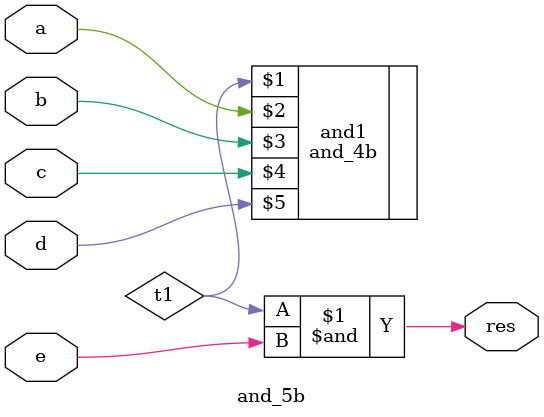
<source format=v>
module and_5b(output wire res,input wire a, input wire b, input wire c, input wire d, input wire e);
	and_4b and1(t1, a,b,c,d);
	and and2(res, t1,e);


endmodule
</source>
